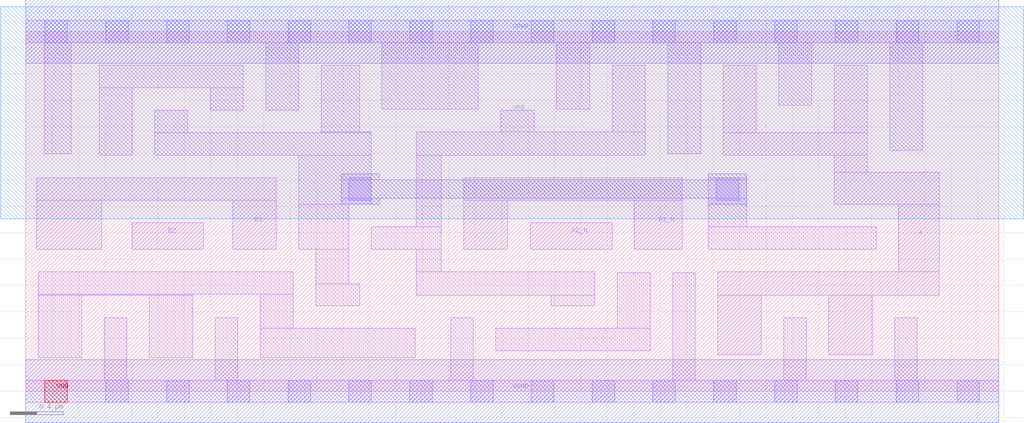
<source format=lef>
# Copyright 2020 The SkyWater PDK Authors
#
# Licensed under the Apache License, Version 2.0 (the "License");
# you may not use this file except in compliance with the License.
# You may obtain a copy of the License at
#
#     https://www.apache.org/licenses/LICENSE-2.0
#
# Unless required by applicable law or agreed to in writing, software
# distributed under the License is distributed on an "AS IS" BASIS,
# WITHOUT WARRANTIES OR CONDITIONS OF ANY KIND, either express or implied.
# See the License for the specific language governing permissions and
# limitations under the License.
#
# SPDX-License-Identifier: Apache-2.0

VERSION 5.7 ;
  NOWIREEXTENSIONATPIN ON ;
  DIVIDERCHAR "/" ;
  BUSBITCHARS "[]" ;
MACRO sky130_fd_sc_hd__o2bb2a_4
  CLASS CORE ;
  FOREIGN sky130_fd_sc_hd__o2bb2a_4 ;
  ORIGIN  0.000000  0.000000 ;
  SIZE  7.360000 BY  2.720000 ;
  SYMMETRY X Y R90 ;
  SITE unithd ;
  PIN A1_N
    ANTENNAGATEAREA  0.495000 ;
    DIRECTION INPUT ;
    USE SIGNAL ;
    PORT
      LAYER li1 ;
        RECT 3.315000 1.075000 3.645000 1.445000 ;
        RECT 3.315000 1.445000 4.965000 1.615000 ;
        RECT 4.605000 1.075000 4.965000 1.445000 ;
    END
  END A1_N
  PIN A2_N
    ANTENNAGATEAREA  0.495000 ;
    DIRECTION INPUT ;
    USE SIGNAL ;
    PORT
      LAYER li1 ;
        RECT 3.815000 1.075000 4.435000 1.275000 ;
    END
  END A2_N
  PIN B1
    ANTENNAGATEAREA  0.495000 ;
    DIRECTION INPUT ;
    USE SIGNAL ;
    PORT
      LAYER li1 ;
        RECT 0.085000 1.075000 0.575000 1.445000 ;
        RECT 0.085000 1.445000 1.895000 1.615000 ;
        RECT 1.565000 1.075000 1.895000 1.445000 ;
    END
  END B1
  PIN B2
    ANTENNAGATEAREA  0.495000 ;
    DIRECTION INPUT ;
    USE SIGNAL ;
    PORT
      LAYER li1 ;
        RECT 0.805000 1.075000 1.345000 1.275000 ;
    END
  END B2
  PIN VNB
    PORT
      LAYER pwell ;
        RECT 0.145000 -0.085000 0.315000 0.085000 ;
    END
  END VNB
  PIN VPB
    PORT
      LAYER nwell ;
        RECT -0.190000 1.305000 7.550000 2.910000 ;
    END
  END VPB
  PIN X
    ANTENNADIFFAREA  0.891000 ;
    DIRECTION OUTPUT ;
    USE SIGNAL ;
    PORT
      LAYER li1 ;
        RECT 5.235000 0.275000 5.565000 0.725000 ;
        RECT 5.235000 0.725000 6.910000 0.905000 ;
        RECT 5.275000 1.785000 6.365000 1.955000 ;
        RECT 5.275000 1.955000 5.525000 2.465000 ;
        RECT 6.075000 0.275000 6.405000 0.725000 ;
        RECT 6.115000 1.415000 6.910000 1.655000 ;
        RECT 6.115000 1.655000 6.365000 1.785000 ;
        RECT 6.115000 1.955000 6.365000 2.465000 ;
        RECT 6.605000 0.905000 6.910000 1.415000 ;
    END
  END X
  PIN VGND
    DIRECTION INOUT ;
    SHAPE ABUTMENT ;
    USE GROUND ;
    PORT
      LAYER met1 ;
        RECT 0.000000 -0.240000 7.360000 0.240000 ;
    END
  END VGND
  PIN VPWR
    DIRECTION INOUT ;
    SHAPE ABUTMENT ;
    USE POWER ;
    PORT
      LAYER met1 ;
        RECT 0.000000 2.480000 7.360000 2.960000 ;
    END
  END VPWR
  OBS
    LAYER li1 ;
      RECT 0.000000 -0.085000 7.360000 0.085000 ;
      RECT 0.000000  2.635000 7.360000 2.805000 ;
      RECT 0.095000  0.255000 0.425000 0.725000 ;
      RECT 0.095000  0.725000 1.265000 0.735000 ;
      RECT 0.095000  0.735000 2.025000 0.905000 ;
      RECT 0.140000  1.795000 0.345000 2.635000 ;
      RECT 0.555000  1.785000 0.805000 2.295000 ;
      RECT 0.555000  2.295000 1.645000 2.465000 ;
      RECT 0.595000  0.085000 0.765000 0.555000 ;
      RECT 0.935000  0.255000 1.265000 0.725000 ;
      RECT 0.975000  1.785000 2.615000 1.955000 ;
      RECT 0.975000  1.955000 1.225000 2.125000 ;
      RECT 1.395000  2.125000 1.645000 2.295000 ;
      RECT 1.435000  0.085000 1.605000 0.555000 ;
      RECT 1.775000  0.255000 2.945000 0.475000 ;
      RECT 1.775000  0.475000 2.025000 0.735000 ;
      RECT 1.815000  2.125000 2.065000 2.635000 ;
      RECT 2.065000  1.075000 2.445000 1.415000 ;
      RECT 2.065000  1.415000 2.615000 1.785000 ;
      RECT 2.195000  0.645000 2.525000 0.815000 ;
      RECT 2.195000  0.815000 2.445000 1.075000 ;
      RECT 2.235000  1.955000 2.615000 1.965000 ;
      RECT 2.235000  1.965000 2.525000 2.465000 ;
      RECT 2.615000  1.075000 3.145000 1.245000 ;
      RECT 2.695000  2.135000 3.425000 2.635000 ;
      RECT 2.955000  0.725000 4.305000 0.905000 ;
      RECT 2.955000  0.905000 3.145000 1.075000 ;
      RECT 2.955000  1.245000 3.145000 1.785000 ;
      RECT 2.955000  1.785000 4.685000 1.965000 ;
      RECT 3.215000  0.085000 3.385000 0.555000 ;
      RECT 3.555000  0.305000 4.725000 0.475000 ;
      RECT 3.595000  1.965000 3.845000 2.125000 ;
      RECT 3.975000  0.645000 4.305000 0.725000 ;
      RECT 4.015000  2.135000 4.265000 2.635000 ;
      RECT 4.435000  1.965000 4.685000 2.465000 ;
      RECT 4.475000  0.475000 4.725000 0.895000 ;
      RECT 4.855000  1.795000 5.105000 2.635000 ;
      RECT 4.895000  0.085000 5.065000 0.895000 ;
      RECT 5.165000  1.075000 6.435000 1.245000 ;
      RECT 5.165000  1.245000 5.455000 1.615000 ;
      RECT 5.695000  2.165000 5.945000 2.635000 ;
      RECT 5.735000  0.085000 5.905000 0.555000 ;
      RECT 6.535000  1.825000 6.785000 2.635000 ;
      RECT 6.575000  0.085000 6.745000 0.555000 ;
    LAYER mcon ;
      RECT 0.145000 -0.085000 0.315000 0.085000 ;
      RECT 0.145000  2.635000 0.315000 2.805000 ;
      RECT 0.605000 -0.085000 0.775000 0.085000 ;
      RECT 0.605000  2.635000 0.775000 2.805000 ;
      RECT 1.065000 -0.085000 1.235000 0.085000 ;
      RECT 1.065000  2.635000 1.235000 2.805000 ;
      RECT 1.525000 -0.085000 1.695000 0.085000 ;
      RECT 1.525000  2.635000 1.695000 2.805000 ;
      RECT 1.985000 -0.085000 2.155000 0.085000 ;
      RECT 1.985000  2.635000 2.155000 2.805000 ;
      RECT 2.445000 -0.085000 2.615000 0.085000 ;
      RECT 2.445000  1.445000 2.615000 1.615000 ;
      RECT 2.445000  2.635000 2.615000 2.805000 ;
      RECT 2.905000 -0.085000 3.075000 0.085000 ;
      RECT 2.905000  2.635000 3.075000 2.805000 ;
      RECT 3.365000 -0.085000 3.535000 0.085000 ;
      RECT 3.365000  2.635000 3.535000 2.805000 ;
      RECT 3.825000 -0.085000 3.995000 0.085000 ;
      RECT 3.825000  2.635000 3.995000 2.805000 ;
      RECT 4.285000 -0.085000 4.455000 0.085000 ;
      RECT 4.285000  2.635000 4.455000 2.805000 ;
      RECT 4.745000 -0.085000 4.915000 0.085000 ;
      RECT 4.745000  2.635000 4.915000 2.805000 ;
      RECT 5.205000 -0.085000 5.375000 0.085000 ;
      RECT 5.205000  2.635000 5.375000 2.805000 ;
      RECT 5.225000  1.445000 5.395000 1.615000 ;
      RECT 5.665000 -0.085000 5.835000 0.085000 ;
      RECT 5.665000  2.635000 5.835000 2.805000 ;
      RECT 6.125000 -0.085000 6.295000 0.085000 ;
      RECT 6.125000  2.635000 6.295000 2.805000 ;
      RECT 6.585000 -0.085000 6.755000 0.085000 ;
      RECT 6.585000  2.635000 6.755000 2.805000 ;
      RECT 7.045000 -0.085000 7.215000 0.085000 ;
      RECT 7.045000  2.635000 7.215000 2.805000 ;
    LAYER met1 ;
      RECT 2.385000 1.415000 2.675000 1.460000 ;
      RECT 2.385000 1.460000 5.455000 1.600000 ;
      RECT 2.385000 1.600000 2.675000 1.645000 ;
      RECT 5.165000 1.415000 5.455000 1.460000 ;
      RECT 5.165000 1.600000 5.455000 1.645000 ;
  END
END sky130_fd_sc_hd__o2bb2a_4
END LIBRARY

</source>
